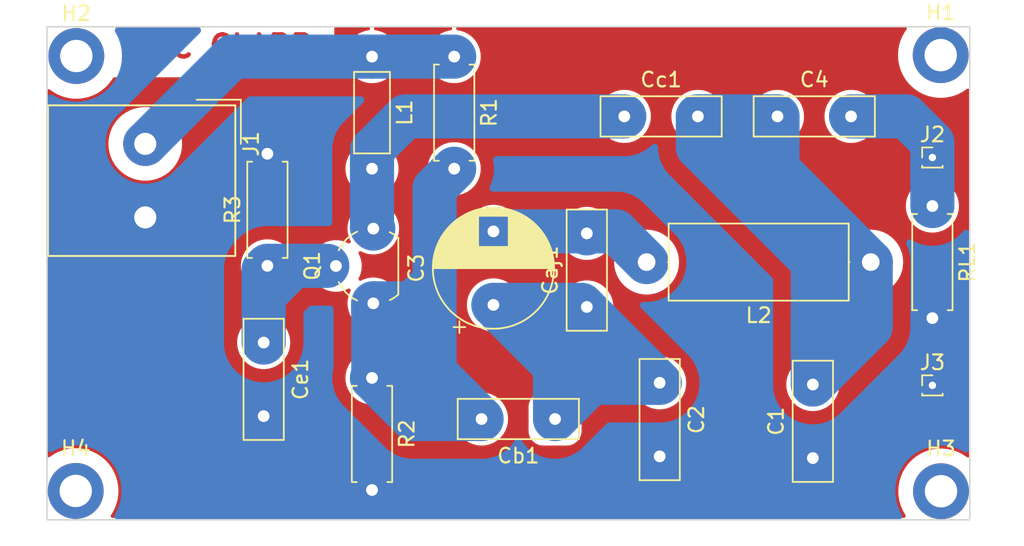
<source format=kicad_pcb>
(kicad_pcb (version 20221018) (generator pcbnew)
  (layers (0 "F.Cu" signal) (31 "B.Cu" signal) (34 "B.Paste" user) (35 "F.Paste" user) (36 "B.SilkS" user "B.Silkscreen") (37 "F.SilkS" user "F.Silkscreen") (38 "B.Mask" user) (39 "F.Mask" user) (44 "Edge.Cuts" user))
  (net 0 "")
  (net 1 "GND")
  (net 2 "Net-(C1-Pad2)")
  (net 3 "Net-(C2-Pad1)")
  (net 4 "Net-(C3-Pad2)")
  (net 5 "Net-(J2-Pin_1)")
  (net 6 "Net-(Q1-B)")
  (net 7 "Net-(Q1-C)")
  (net 8 "Net-(Q1-E)")
  (net 9 "VCC")
  (footprint "Capacitor_THT:C_Disc_D8.0mm_W2.5mm_P5.00mm" (layer "F.Cu") (at 86.96525 176.046099 -90)
    (fp_text reference "Ce1" (at 2.5 -2.5 -90) (layer "F.SilkS"))
    (fp_text value "C")
    (fp_line (start -1.62 -1.37) (end -1.62 1.37) (stroke (width 0.12)) (layer "F.SilkS"))
    (fp_line (start -1.62 -1.37) (end 6.62 -1.37) (stroke (width 0.12)) (layer "F.SilkS"))
    (fp_line (start -1.62 1.37) (end 6.62 1.37) (stroke (width 0.12)) (layer "F.SilkS"))
    (fp_line (start 6.62 -1.37) (end 6.62 1.37) (stroke (width 0.12)) (layer "F.SilkS"))
    (pad "1" thru_hole circle (at 0 0 270) (size 1.6 1.6) (drill 0.8) (layers "*.Cu" "*.Mask") (net 8 "Net-(Q1-E)"))
    (pad "2" thru_hole circle (at 5 0 270) (size 1.6 1.6) (drill 0.8) (layers "*.Cu" "*.Mask") (net 1 "GND"))
  )
  (footprint "Resistor_THT:R_Axial_DIN0207_L6.3mm_D2.5mm_P7.62mm_Horizontal" (layer "F.Cu") (at 94.33125 178.44875 -90)
    (fp_text reference "R2" (at 3.81 -2.37 90) (layer "F.SilkS"))
    (fp_text value "R")
    (fp_line (start 0.54 -1.37) (end 7.08 -1.37) (stroke (width 0.12)) (layer "F.SilkS"))
    (fp_line (start 0.54 -1.04) (end 0.54 -1.37) (stroke (width 0.12)) (layer "F.SilkS"))
    (fp_line (start 0.54 1.04) (end 0.54 1.37) (stroke (width 0.12)) (layer "F.SilkS"))
    (fp_line (start 0.54 1.37) (end 7.08 1.37) (stroke (width 0.12)) (layer "F.SilkS"))
    (fp_line (start 7.08 -1.37) (end 7.08 -1.04) (stroke (width 0.12)) (layer "F.SilkS"))
    (fp_line (start 7.08 1.37) (end 7.08 1.04) (stroke (width 0.12)) (layer "F.SilkS"))
    (pad "1" thru_hole circle (at 0 0 270) (size 1.6 1.6) (drill 0.8) (layers "*.Cu" "*.Mask") (net 6 "Net-(Q1-B)"))
    (pad "2" thru_hole oval (at 7.62 0 270) (size 1.6 1.6) (drill 0.8) (layers "*.Cu" "*.Mask") (net 1 "GND"))
  )
  (footprint "Capacitor_THT:CP_Radial_D8.0mm_P5.00mm" (layer "F.Cu") (at 102.58625 173.485401 90)
    (fp_text reference "C3" (at 2.5 -5.25 90) (layer "F.SilkS"))
    (fp_text value "C")
    (fp_line (start -1.909698 -2.315) (end -1.109698 -2.315) (stroke (width 0.12)) (layer "F.SilkS"))
    (fp_line (start -1.509698 -2.715) (end -1.509698 -1.915) (stroke (width 0.12)) (layer "F.SilkS"))
    (fp_line (start 2.5 -4.08) (end 2.5 4.08) (stroke (width 0.12)) (layer "F.SilkS"))
    (fp_line (start 2.54 -4.08) (end 2.54 4.08) (stroke (width 0.12)) (layer "F.SilkS"))
    (fp_line (start 2.58 -4.08) (end 2.58 4.08) (stroke (width 0.12)) (layer "F.SilkS"))
    (fp_line (start 2.62 -4.079) (end 2.62 4.079) (stroke (width 0.12)) (layer "F.SilkS"))
    (fp_line (start 2.66 -4.077) (end 2.66 4.077) (stroke (width 0.12)) (layer "F.SilkS"))
    (fp_line (start 2.7 -4.076) (end 2.7 4.076) (stroke (width 0.12)) (layer "F.SilkS"))
    (fp_line (start 2.74 -4.074) (end 2.74 4.074) (stroke (width 0.12)) (layer "F.SilkS"))
    (fp_line (start 2.78 -4.071) (end 2.78 4.071) (stroke (width 0.12)) (layer "F.SilkS"))
    (fp_line (start 2.82 -4.068) (end 2.82 4.068) (stroke (width 0.12)) (layer "F.SilkS"))
    (fp_line (start 2.86 -4.065) (end 2.86 4.065) (stroke (width 0.12)) (layer "F.SilkS"))
    (fp_line (start 2.9 -4.061) (end 2.9 4.061) (stroke (width 0.12)) (layer "F.SilkS"))
    (fp_line (start 2.94 -4.057) (end 2.94 4.057) (stroke (width 0.12)) (layer "F.SilkS"))
    (fp_line (start 2.98 -4.052) (end 2.98 4.052) (stroke (width 0.12)) (layer "F.SilkS"))
    (fp_line (start 3.02 -4.048) (end 3.02 4.048) (stroke (width 0.12)) (layer "F.SilkS"))
    (fp_line (start 3.06 -4.042) (end 3.06 4.042) (stroke (width 0.12)) (layer "F.SilkS"))
    (fp_line (start 3.1 -4.037) (end 3.1 4.037) (stroke (width 0.12)) (layer "F.SilkS"))
    (fp_line (start 3.14 -4.03) (end 3.14 4.03) (stroke (width 0.12)) (layer "F.SilkS"))
    (fp_line (start 3.18 -4.024) (end 3.18 4.024) (stroke (width 0.12)) (layer "F.SilkS"))
    (fp_line (start 3.221 -4.017) (end 3.221 4.017) (stroke (width 0.12)) (layer "F.SilkS"))
    (fp_line (start 3.261 -4.01) (end 3.261 4.01) (stroke (width 0.12)) (layer "F.SilkS"))
    (fp_line (start 3.301 -4.002) (end 3.301 4.002) (stroke (width 0.12)) (layer "F.SilkS"))
    (fp_line (start 3.341 -3.994) (end 3.341 3.994) (stroke (width 0.12)) (layer "F.SilkS"))
    (fp_line (start 3.381 -3.985) (end 3.381 3.985) (stroke (width 0.12)) (layer "F.SilkS"))
    (fp_line (start 3.421 -3.976) (end 3.421 3.976) (stroke (width 0.12)) (layer "F.SilkS"))
    (fp_line (start 3.461 -3.967) (end 3.461 3.967) (stroke (width 0.12)) (layer "F.SilkS"))
    (fp_line (start 3.501 -3.957) (end 3.501 3.957) (stroke (width 0.12)) (layer "F.SilkS"))
    (fp_line (start 3.541 -3.947) (end 3.541 3.947) (stroke (width 0.12)) (layer "F.SilkS"))
    (fp_line (start 3.581 -3.936) (end 3.581 3.936) (stroke (width 0.12)) (layer "F.SilkS"))
    (fp_line (start 3.621 -3.925) (end 3.621 3.925) (stroke (width 0.12)) (layer "F.SilkS"))
    (fp_line (start 3.661 -3.914) (end 3.661 3.914) (stroke (width 0.12)) (layer "F.SilkS"))
    (fp_line (start 3.701 -3.902) (end 3.701 3.902) (stroke (width 0.12)) (layer "F.SilkS"))
    (fp_line (start 3.741 -3.889) (end 3.741 3.889) (stroke (width 0.12)) (layer "F.SilkS"))
    (fp_line (start 3.781 -3.877) (end 3.781 3.877) (stroke (width 0.12)) (layer "F.SilkS"))
    (fp_line (start 3.821 -3.863) (end 3.821 3.863) (stroke (width 0.12)) (layer "F.SilkS"))
    (fp_line (start 3.861 -3.85) (end 3.861 3.85) (stroke (width 0.12)) (layer "F.SilkS"))
    (fp_line (start 3.901 -3.835) (end 3.901 3.835) (stroke (width 0.12)) (layer "F.SilkS"))
    (fp_line (start 3.941 -3.821) (end 3.941 3.821) (stroke (width 0.12)) (layer "F.SilkS"))
    (fp_line (start 3.981 -3.805) (end 3.981 -1.04) (stroke (width 0.12)) (layer "F.SilkS"))
    (fp_line (start 3.981 1.04) (end 3.981 3.805) (stroke (width 0.12)) (layer "F.SilkS"))
    (fp_line (start 4.021 -3.79) (end 4.021 -1.04) (stroke (width 0.12)) (layer "F.SilkS"))
    (fp_line (start 4.021 1.04) (end 4.021 3.79) (stroke (width 0.12)) (layer "F.SilkS"))
    (fp_line (start 4.061 -3.774) (end 4.061 -1.04) (stroke (width 0.12)) (layer "F.SilkS"))
    (fp_line (start 4.061 1.04) (end 4.061 3.774) (stroke (width 0.12)) (layer "F.SilkS"))
    (fp_line (start 4.101 -3.757) (end 4.101 -1.04) (stroke (width 0.12)) (layer "F.SilkS"))
    (fp_line (start 4.101 1.04) (end 4.101 3.757) (stroke (width 0.12)) (layer "F.SilkS"))
    (fp_line (start 4.141 -3.74) (end 4.141 -1.04) (stroke (width 0.12)) (layer "F.SilkS"))
    (fp_line (start 4.141 1.04) (end 4.141 3.74) (stroke (width 0.12)) (layer "F.SilkS"))
    (fp_line (start 4.181 -3.722) (end 4.181 -1.04) (stroke (width 0.12)) (layer "F.SilkS"))
    (fp_line (start 4.181 1.04) (end 4.181 3.722) (stroke (width 0.12)) (layer "F.SilkS"))
    (fp_line (start 4.221 -3.704) (end 4.221 -1.04) (stroke (width 0.12)) (layer "F.SilkS"))
    (fp_line (start 4.221 1.04) (end 4.221 3.704) (stroke (width 0.12)) (layer "F.SilkS"))
    (fp_line (start 4.261 -3.686) (end 4.261 -1.04) (stroke (width 0.12)) (layer "F.SilkS"))
    (fp_line (start 4.261 1.04) (end 4.261 3.686) (stroke (width 0.12)) (layer "F.SilkS"))
    (fp_line (start 4.301 -3.666) (end 4.301 -1.04) (stroke (width 0.12)) (layer "F.SilkS"))
    (fp_line (start 4.301 1.04) (end 4.301 3.666) (stroke (width 0.12)) (layer "F.SilkS"))
    (fp_line (start 4.341 -3.647) (end 4.341 -1.04) (stroke (width 0.12)) (layer "F.SilkS"))
    (fp_line (start 4.341 1.04) (end 4.341 3.647) (stroke (width 0.12)) (layer "F.SilkS"))
    (fp_line (start 4.381 -3.627) (end 4.381 -1.04) (stroke (width 0.12)) (layer "F.SilkS"))
    (fp_line (start 4.381 1.04) (end 4.381 3.627) (stroke (width 0.12)) (layer "F.SilkS"))
    (fp_line (start 4.421 -3.606) (end 4.421 -1.04) (stroke (width 0.12)) (layer "F.SilkS"))
    (fp_line (start 4.421 1.04) (end 4.421 3.606) (stroke (width 0.12)) (layer "F.SilkS"))
    (fp_line (start 4.461 -3.584) (end 4.461 -1.04) (stroke (width 0.12)) (layer "F.SilkS"))
    (fp_line (start 4.461 1.04) (end 4.461 3.584) (stroke (width 0.12)) (layer "F.SilkS"))
    (fp_line (start 4.501 -3.562) (end 4.501 -1.04) (stroke (width 0.12)) (layer "F.SilkS"))
    (fp_line (start 4.501 1.04) (end 4.501 3.562) (stroke (width 0.12)) (layer "F.SilkS"))
    (fp_line (start 4.541 -3.54) (end 4.541 -1.04) (stroke (width 0.12)) (layer "F.SilkS"))
    (fp_line (start 4.541 1.04) (end 4.541 3.54) (stroke (width 0.12)) (layer "F.SilkS"))
    (fp_line (start 4.581 -3.517) (end 4.581 -1.04) (stroke (width 0.12)) (layer "F.SilkS"))
    (fp_line (start 4.581 1.04) (end 4.581 3.517) (stroke (width 0.12)) (layer "F.SilkS"))
    (fp_line (start 4.621 -3.493) (end 4.621 -1.04) (stroke (width 0.12)) (layer "F.SilkS"))
    (fp_line (start 4.621 1.04) (end 4.621 3.493) (stroke (width 0.12)) (layer "F.SilkS"))
    (fp_line (start 4.661 -3.469) (end 4.661 -1.04) (stroke (width 0.12)) (layer "F.SilkS"))
    (fp_line (start 4.661 1.04) (end 4.661 3.469) (stroke (width 0.12)) (layer "F.SilkS"))
    (fp_line (start 4.701 -3.444) (end 4.701 -1.04) (stroke (width 0.12)) (layer "F.SilkS"))
    (fp_line (start 4.701 1.04) (end 4.701 3.444) (stroke (width 0.12)) (layer "F.SilkS"))
    (fp_line (start 4.741 -3.418) (end 4.741 -1.04) (stroke (width 0.12)) (layer "F.SilkS"))
    (fp_line (start 4.741 1.04) (end 4.741 3.418) (stroke (width 0.12)) (layer "F.SilkS"))
    (fp_line (start 4.781 -3.392) (end 4.781 -1.04) (stroke (width 0.12)) (layer "F.SilkS"))
    (fp_line (start 4.781 1.04) (end 4.781 3.392) (stroke (width 0.12)) (layer "F.SilkS"))
    (fp_line (start 4.821 -3.365) (end 4.821 -1.04) (stroke (width 0.12)) (layer "F.SilkS"))
    (fp_line (start 4.821 1.04) (end 4.821 3.365) (stroke (width 0.12)) (layer "F.SilkS"))
    (fp_line (start 4.861 -3.338) (end 4.861 -1.04) (stroke (width 0.12)) (layer "F.SilkS"))
    (fp_line (start 4.861 1.04) (end 4.861 3.338) (stroke (width 0.12)) (layer "F.SilkS"))
    (fp_line (start 4.901 -3.309) (end 4.901 -1.04) (stroke (width 0.12)) (layer "F.SilkS"))
    (fp_line (start 4.901 1.04) (end 4.901 3.309) (stroke (width 0.12)) (layer "F.SilkS"))
    (fp_line (start 4.941 -3.28) (end 4.941 -1.04) (stroke (width 0.12)) (layer "F.SilkS"))
    (fp_line (start 4.941 1.04) (end 4.941 3.28) (stroke (width 0.12)) (layer "F.SilkS"))
    (fp_line (start 4.981 -3.25) (end 4.981 -1.04) (stroke (width 0.12)) (layer "F.SilkS"))
    (fp_line (start 4.981 1.04) (end 4.981 3.25) (stroke (width 0.12)) (layer "F.SilkS"))
    (fp_line (start 5.021 -3.22) (end 5.021 -1.04) (stroke (width 0.12)) (layer "F.SilkS"))
    (fp_line (start 5.021 1.04) (end 5.021 3.22) (stroke (width 0.12)) (layer "F.SilkS"))
    (fp_line (start 5.061 -3.189) (end 5.061 -1.04) (stroke (width 0.12)) (layer "F.SilkS"))
    (fp_line (start 5.061 1.04) (end 5.061 3.189) (stroke (width 0.12)) (layer "F.SilkS"))
    (fp_line (start 5.101 -3.156) (end 5.101 -1.04) (stroke (width 0.12)) (layer "F.SilkS"))
    (fp_line (start 5.101 1.04) (end 5.101 3.156) (stroke (width 0.12)) (layer "F.SilkS"))
    (fp_line (start 5.141 -3.124) (end 5.141 -1.04) (stroke (width 0.12)) (layer "F.SilkS"))
    (fp_line (start 5.141 1.04) (end 5.141 3.124) (stroke (width 0.12)) (layer "F.SilkS"))
    (fp_line (start 5.181 -3.09) (end 5.181 -1.04) (stroke (width 0.12)) (layer "F.SilkS"))
    (fp_line (start 5.181 1.04) (end 5.181 3.09) (stroke (width 0.12)) (layer "F.SilkS"))
    (fp_line (start 5.221 -3.055) (end 5.221 -1.04) (stroke (width 0.12)) (layer "F.SilkS"))
    (fp_line (start 5.221 1.04) (end 5.221 3.055) (stroke (width 0.12)) (layer "F.SilkS"))
    (fp_line (start 5.261 -3.019) (end 5.261 -1.04) (stroke (width 0.12)) (layer "F.SilkS"))
    (fp_line (start 5.261 1.04) (end 5.261 3.019) (stroke (width 0.12)) (layer "F.SilkS"))
    (fp_line (start 5.301 -2.983) (end 5.301 -1.04) (stroke (width 0.12)) (layer "F.SilkS"))
    (fp_line (start 5.301 1.04) (end 5.301 2.983) (stroke (width 0.12)) (layer "F.SilkS"))
    (fp_line (start 5.341 -2.945) (end 5.341 -1.04) (stroke (width 0.12)) (layer "F.SilkS"))
    (fp_line (start 5.341 1.04) (end 5.341 2.945) (stroke (width 0.12)) (layer "F.SilkS"))
    (fp_line (start 5.381 -2.907) (end 5.381 -1.04) (stroke (width 0.12)) (layer "F.SilkS"))
    (fp_line (start 5.381 1.04) (end 5.381 2.907) (stroke (width 0.12)) (layer "F.SilkS"))
    (fp_line (start 5.421 -2.867) (end 5.421 -1.04) (stroke (width 0.12)) (layer "F.SilkS"))
    (fp_line (start 5.421 1.04) (end 5.421 2.867) (stroke (width 0.12)) (layer "F.SilkS"))
    (fp_line (start 5.461 -2.826) (end 5.461 -1.04) (stroke (width 0.12)) (layer "F.SilkS"))
    (fp_line (start 5.461 1.04) (end 5.461 2.826) (stroke (width 0.12)) (layer "F.SilkS"))
    (fp_line (start 5.501 -2.784) (end 5.501 -1.04) (stroke (width 0.12)) (layer "F.SilkS"))
    (fp_line (start 5.501 1.04) (end 5.501 2.784) (stroke (width 0.12)) (layer "F.SilkS"))
    (fp_line (start 5.541 -2.741) (end 5.541 -1.04) (stroke (width 0.12)) (layer "F.SilkS"))
    (fp_line (start 5.541 1.04) (end 5.541 2.741) (stroke (width 0.12)) (layer "F.SilkS"))
    (fp_line (start 5.581 -2.697) (end 5.581 -1.04) (stroke (width 0.12)) (layer "F.SilkS"))
    (fp_line (start 5.581 1.04) (end 5.581 2.697) (stroke (width 0.12)) (layer "F.SilkS"))
    (fp_line (start 5.621 -2.651) (end 5.621 -1.04) (stroke (width 0.12)) (layer "F.SilkS"))
    (fp_line (start 5.621 1.04) (end 5.621 2.651) (stroke (width 0.12)) (layer "F.SilkS"))
    (fp_line (start 5.661 -2.604) (end 5.661 -1.04) (stroke (width 0.12)) (layer "F.SilkS"))
    (fp_line (start 5.661 1.04) (end 5.661 2.604) (stroke (width 0.12)) (layer "F.SilkS"))
    (fp_line (start 5.701 -2.556) (end 5.701 -1.04) (stroke (width 0.12)) (layer "F.SilkS"))
    (fp_line (start 5.701 1.04) (end 5.701 2.556) (stroke (width 0.12)) (layer "F.SilkS"))
    (fp_line (start 5.741 -2.505) (end 5.741 -1.04) (stroke (width 0.12)) (layer "F.SilkS"))
    (fp_line (start 5.741 1.04) (end 5.741 2.505) (stroke (width 0.12)) (layer "F.SilkS"))
    (fp_line (start 5.781 -2.454) (end 5.781 -1.04) (stroke (width 0.12)) (layer "F.SilkS"))
    (fp_line (start 5.781 1.04) (end 5.781 2.454) (stroke (width 0.12)) (layer "F.SilkS"))
    (fp_line (start 5.821 -2.4) (end 5.821 -1.04) (stroke (width 0.12)) (layer "F.SilkS"))
    (fp_line (start 5.821 1.04) (end 5.821 2.4) (stroke (width 0.12)) (layer "F.SilkS"))
    (fp_line (start 5.861 -2.345) (end 5.861 -1.04) (stroke (width 0.12)) (layer "F.SilkS"))
    (fp_line (start 5.861 1.04) (end 5.861 2.345) (stroke (width 0.12)) (layer "F.SilkS"))
    (fp_line (start 5.901 -2.287) (end 5.901 -1.04) (stroke (width 0.12)) (layer "F.SilkS"))
    (fp_line (start 5.901 1.04) (end 5.901 2.287) (stroke (width 0.12)) (layer "F.SilkS"))
    (fp_line (start 5.941 -2.228) (end 5.941 -1.04) (stroke (width 0.12)) (layer "F.SilkS"))
    (fp_line (start 5.941 1.04) (end 5.941 2.228) (stroke (width 0.12)) (layer "F.SilkS"))
    (fp_line (start 5.981 -2.166) (end 5.981 -1.04) (stroke (width 0.12)) (layer "F.SilkS"))
    (fp_line (start 5.981 1.04) (end 5.981 2.166) (stroke (width 0.12)) (layer "F.SilkS"))
    (fp_line (start 6.021 -2.102) (end 6.021 -1.04) (stroke (width 0.12)) (layer "F.SilkS"))
    (fp_line (start 6.021 1.04) (end 6.021 2.102) (stroke (width 0.12)) (layer "F.SilkS"))
    (fp_line (start 6.061 -2.034) (end 6.061 2.034) (stroke (width 0.12)) (layer "F.SilkS"))
    (fp_line (start 6.101 -1.964) (end 6.101 1.964) (stroke (width 0.12)) (layer "F.SilkS"))
    (fp_line (start 6.141 -1.89) (end 6.141 1.89) (stroke (width 0.12)) (layer "F.SilkS"))
    (fp_line (start 6.181 -1.813) (end 6.181 1.813) (stroke (width 0.12)) (layer "F.SilkS"))
    (fp_line (start 6.221 -1.731) (end 6.221 1.731) (stroke (width 0.12)) (layer "F.SilkS"))
    (fp_line (start 6.261 -1.645) (end 6.261 1.645) (stroke (width 0.12)) (layer "F.SilkS"))
    (fp_line (start 6.301 -1.552) (end 6.301 1.552) (stroke (width 0.12)) (layer "F.SilkS"))
    (fp_line (start 6.341 -1.453) (end 6.341 1.453) (stroke (width 0.12)) (layer "F.SilkS"))
    (fp_line (start 6.381 -1.346) (end 6.381 1.346) (stroke (width 0.12)) (layer "F.SilkS"))
    (fp_line (start 6.421 -1.229) (end 6.421 1.229) (stroke (width 0.12)) (layer "F.SilkS"))
    (fp_line (start 6.461 -1.098) (end 6.461 1.098) (stroke (width 0.12)) (layer "F.SilkS"))
    (fp_line (start 6.501 -0.948) (end 6.501 0.948) (stroke (width 0.12)) (layer "F.SilkS"))
    (fp_line (start 6.541 -0.768) (end 6.541 0.768) (stroke (width 0.12)) (layer "F.SilkS"))
    (fp_line (start 6.581 -0.533) (end 6.581 0.533) (stroke (width 0.12)) (layer "F.SilkS"))
    (fp_circle (center 2.5 0) (end 6.62 0) (stroke (width 0.12)) (fill none) (layer "F.SilkS"))
    (pad "1" thru_hole circle (at 0 0 90) (size 1.6 1.6) (drill 0.8) (layers "*.Cu" "*.Mask") (net 3 "Net-(C2-Pad1)"))
    (pad "2" thru_hole circle (at 5 0 90) (size 1.6 1.6) (drill 0.8) (layers "*.Cu" "*.Mask") (net 4 "Net-(C3-Pad2)"))
  )
  (footprint "Capacitor_THT:C_Disc_D8.0mm_W2.5mm_P5.00mm" (layer "F.Cu") (at 121.900599 160.66875)
    (fp_text reference "C4" (at 2.5 -2.5) (layer "F.SilkS"))
    (fp_text value "C")
    (fp_line (start -1.62 -1.37) (end -1.62 1.37) (stroke (width 0.12)) (layer "F.SilkS"))
    (fp_line (start -1.62 -1.37) (end 6.62 -1.37) (stroke (width 0.12)) (layer "F.SilkS"))
    (fp_line (start -1.62 1.37) (end 6.62 1.37) (stroke (width 0.12)) (layer "F.SilkS"))
    (fp_line (start 6.62 -1.37) (end 6.62 1.37) (stroke (width 0.12)) (layer "F.SilkS"))
    (pad "1" thru_hole circle (at 0 0) (size 1.6 1.6) (drill 0.8) (layers "*.Cu" "*.Mask") (net 2 "Net-(C1-Pad2)"))
    (pad "2" thru_hole circle (at 5 0) (size 1.6 1.6) (drill 0.8) (layers "*.Cu" "*.Mask") (net 5 "Net-(J2-Pin_1)"))
  )
  (footprint "MountingHole:MountingHole_2.2mm_M2_DIN965_Pad" (layer "F.Cu") (at 133.01725 186.15275)
    (fp_text reference "H3" (at 0 -2.9) (layer "F.SilkS"))
    (fp_text value "MountingHole")
    (pad "1" thru_hole circle (at 0 0) (size 3.8 3.8) (drill 2.2) (layers "*.Cu" "*.Mask"))
  )
  (footprint "Capacitor_THT:C_Disc_D8.0mm_W2.5mm_P5.00mm" (layer "F.Cu") (at 108.93625 173.62275 90)
    (fp_text reference "Caj1" (at 2.5 -2.5 90) (layer "F.SilkS"))
    (fp_text value "C")
    (fp_line (start -1.62 -1.37) (end -1.62 1.37) (stroke (width 0.12)) (layer "F.SilkS"))
    (fp_line (start -1.62 -1.37) (end 6.62 -1.37) (stroke (width 0.12)) (layer "F.SilkS"))
    (fp_line (start -1.62 1.37) (end 6.62 1.37) (stroke (width 0.12)) (layer "F.SilkS"))
    (fp_line (start 6.62 -1.37) (end 6.62 1.37) (stroke (width 0.12)) (layer "F.SilkS"))
    (pad "1" thru_hole circle (at 0 0 90) (size 1.6 1.6) (drill 0.8) (layers "*.Cu" "*.Mask") (net 3 "Net-(C2-Pad1)"))
    (pad "2" thru_hole circle (at 5 0 90) (size 1.6 1.6) (drill 0.8) (layers "*.Cu" "*.Mask") (net 4 "Net-(C3-Pad2)"))
  )
  (footprint "Inductor_THT:L_Axial_L5.3mm_D2.2mm_P7.62mm_Horizontal_Vishay_IM-1" (layer "F.Cu") (at 94.33125 156.60475 -90)
    (fp_text reference "L1" (at 3.81 -2.22 -90) (layer "F.SilkS"))
    (fp_text value "L")
    (fp_line (start 1.04 -1.22) (end 1.04 1.22) (stroke (width 0.12)) (layer "F.SilkS"))
    (fp_line (start 1.04 1.22) (end 6.58 1.22) (stroke (width 0.12)) (layer "F.SilkS"))
    (fp_line (start 6.58 -1.22) (end 1.04 -1.22) (stroke (width 0.12)) (layer "F.SilkS"))
    (fp_line (start 6.58 1.22) (end 6.58 -1.22) (stroke (width 0.12)) (layer "F.SilkS"))
    (pad "1" thru_hole circle (at 0 0 270) (size 1.6 1.6) (drill 0.8) (layers "*.Cu" "*.Mask") (net 9 "VCC"))
    (pad "2" thru_hole oval (at 7.62 0 270) (size 1.6 1.6) (drill 0.8) (layers "*.Cu" "*.Mask") (net 7 "Net-(Q1-C)"))
  )
  (footprint "Capacitor_THT:C_Disc_D8.0mm_W2.5mm_P5.00mm" (layer "F.Cu") (at 106.77725 181.24275 180)
    (fp_text reference "Cb1" (at 2.5 -2.5 180) (layer "F.SilkS"))
    (fp_text value "C")
    (fp_line (start -1.62 -1.37) (end -1.62 1.37) (stroke (width 0.12)) (layer "F.SilkS"))
    (fp_line (start -1.62 -1.37) (end 6.62 -1.37) (stroke (width 0.12)) (layer "F.SilkS"))
    (fp_line (start -1.62 1.37) (end 6.62 1.37) (stroke (width 0.12)) (layer "F.SilkS"))
    (fp_line (start 6.62 -1.37) (end 6.62 1.37) (stroke (width 0.12)) (layer "F.SilkS"))
    (pad "1" thru_hole circle (at 0 0 180) (size 1.6 1.6) (drill 0.8) (layers "*.Cu" "*.Mask") (net 3 "Net-(C2-Pad1)"))
    (pad "2" thru_hole circle (at 5 0 180) (size 1.6 1.6) (drill 0.8) (layers "*.Cu" "*.Mask") (net 6 "Net-(Q1-B)"))
  )
  (footprint "Package_TO_SOT_THT:TO-92L_Wide" (layer "F.Cu") (at 94.41925 173.37875 90)
    (fp_text reference "Q1" (at 2.55 -4.15 90) (layer "F.SilkS"))
    (fp_text value "MPSH10")
    (fp_line (start 0.6 1.7) (end 4.45 1.7) (stroke (width 0.12)) (layer "F.SilkS"))
    (fp_arc (start 0.192226 -1.094786) (mid 0.710119 -1.833613) (end 1.45 -2.35) (stroke (width 0.12)) (layer "F.SilkS"))
    (fp_arc (start 0.6 1.7) (mid 0.389183 1.423933) (end 0.217369 1.122045) (stroke (width 0.12)) (layer "F.SilkS"))
    (fp_arc (start 3.6 -2.35) (mid 4.351408 -1.834367) (end 4.876463 -1.089513) (stroke (width 0.12)) (layer "F.SilkS"))
    (fp_arc (start 4.842383 1.112264) (mid 4.666594 1.419753) (end 4.45 1.7) (stroke (width 0.12)) (layer "F.SilkS"))
    (pad "2" thru_hole circle (at 2.54 -2.54 90) (size 1.5 1.5) (drill 0.8) (layers "*.Cu" "*.Mask") (net 8 "Net-(Q1-E)"))
    (pad "3" thru_hole circle (at 5.08 0 90) (size 1.5 1.5) (drill 0.8) (layers "*.Cu" "*.Mask") (net 7 "Net-(Q1-C)"))
    (pad "e" thru_hole circle (at 0 0 90) (size 1.5 1.5) (drill 0.8) (layers "*.Cu" "*.Mask"))
  )
  (footprint "Resistor_THT:R_Axial_DIN0207_L6.3mm_D2.5mm_P7.62mm_Horizontal" (layer "F.Cu") (at 99.91925 156.60475 -90)
    (fp_text reference "R1" (at 3.81 -2.37 90) (layer "F.SilkS"))
    (fp_text value "R")
    (fp_line (start 0.54 -1.37) (end 7.08 -1.37) (stroke (width 0.12)) (layer "F.SilkS"))
    (fp_line (start 0.54 -1.04) (end 0.54 -1.37) (stroke (width 0.12)) (layer "F.SilkS"))
    (fp_line (start 0.54 1.04) (end 0.54 1.37) (stroke (width 0.12)) (layer "F.SilkS"))
    (fp_line (start 0.54 1.37) (end 7.08 1.37) (stroke (width 0.12)) (layer "F.SilkS"))
    (fp_line (start 7.08 -1.37) (end 7.08 -1.04) (stroke (width 0.12)) (layer "F.SilkS"))
    (fp_line (start 7.08 1.37) (end 7.08 1.04) (stroke (width 0.12)) (layer "F.SilkS"))
    (pad "1" thru_hole circle (at 0 0 270) (size 1.6 1.6) (drill 0.8) (layers "*.Cu" "*.Mask") (net 9 "VCC"))
    (pad "2" thru_hole oval (at 7.62 0 270) (size 1.6 1.6) (drill 0.8) (layers "*.Cu" "*.Mask") (net 6 "Net-(Q1-B)"))
  )
  (footprint "Inductor_THT:L_Axial_L12.0mm_D5.0mm_P15.24mm_Horizontal_Fastron_MISC" (layer "F.Cu") (at 128.24025 170.57475 180)
    (fp_text reference "L2" (at 7.62 -3.62) (layer "F.SilkS"))
    (fp_text value "L")
    (fp_line (start 1.44 0) (end 1.5 0) (stroke (width 0.12)) (layer "F.SilkS"))
    (fp_line (start 1.5 -2.62) (end 1.5 2.62) (stroke (width 0.12)) (layer "F.SilkS"))
    (fp_line (start 1.5 2.62) (end 13.74 2.62) (stroke (width 0.12)) (layer "F.SilkS"))
    (fp_line (start 13.74 -2.62) (end 1.5 -2.62) (stroke (width 0.12)) (layer "F.SilkS"))
    (fp_line (start 13.74 2.62) (end 13.74 -2.62) (stroke (width 0.12)) (layer "F.SilkS"))
    (fp_line (start 13.8 0) (end 13.74 0) (stroke (width 0.12)) (layer "F.SilkS"))
    (pad "1" thru_hole circle (at 0 0 180) (size 2.4 2.4) (drill 1.2) (layers "*.Cu" "*.Mask") (net 2 "Net-(C1-Pad2)"))
    (pad "2" thru_hole oval (at 15.24 0 180) (size 2.4 2.4) (drill 1.2) (layers "*.Cu" "*.Mask") (net 4 "Net-(C3-Pad2)"))
  )
  (footprint "MountingHole:MountingHole_2.2mm_M2_DIN965_Pad" (layer "F.Cu") (at 132.99725 156.50275)
    (fp_text reference "H1" (at 0 -2.9) (layer "F.SilkS"))
    (fp_text value "MountingHole")
    (pad "1" thru_hole circle (at 0 0) (size 3.8 3.8) (drill 2.2) (layers "*.Cu" "*.Mask"))
  )
  (footprint "Capacitor_THT:C_Disc_D8.0mm_W2.5mm_P5.00mm" (layer "F.Cu") (at 124.30325 183.899401 90)
    (fp_text reference "C1" (at 2.5 -2.5 90) (layer "F.SilkS"))
    (fp_text value "C")
    (fp_line (start -1.62 -1.37) (end -1.62 1.37) (stroke (width 0.12)) (layer "F.SilkS"))
    (fp_line (start -1.62 -1.37) (end 6.62 -1.37) (stroke (width 0.12)) (layer "F.SilkS"))
    (fp_line (start -1.62 1.37) (end 6.62 1.37) (stroke (width 0.12)) (layer "F.SilkS"))
    (fp_line (start 6.62 -1.37) (end 6.62 1.37) (stroke (width 0.12)) (layer "F.SilkS"))
    (pad "1" thru_hole circle (at 0 0 90) (size 1.6 1.6) (drill 0.8) (layers "*.Cu" "*.Mask") (net 1 "GND"))
    (pad "2" thru_hole circle (at 5 0 90) (size 1.6 1.6) (drill 0.8) (layers "*.Cu" "*.Mask") (net 2 "Net-(C1-Pad2)"))
  )
  (footprint "Capacitor_THT:C_Disc_D8.0mm_W2.5mm_P5.00mm" (layer "F.Cu") (at 113.88925 178.78275 -90)
    (fp_text reference "C2" (at 2.5 -2.5 -90) (layer "F.SilkS"))
    (fp_text value "C")
    (fp_line (start -1.62 -1.37) (end -1.62 1.37) (stroke (width 0.12)) (layer "F.SilkS"))
    (fp_line (start -1.62 -1.37) (end 6.62 -1.37) (stroke (width 0.12)) (layer "F.SilkS"))
    (fp_line (start -1.62 1.37) (end 6.62 1.37) (stroke (width 0.12)) (layer "F.SilkS"))
    (fp_line (start 6.62 -1.37) (end 6.62 1.37) (stroke (width 0.12)) (layer "F.SilkS"))
    (pad "1" thru_hole circle (at 0 0 270) (size 1.6 1.6) (drill 0.8) (layers "*.Cu" "*.Mask") (net 3 "Net-(C2-Pad1)"))
    (pad "2" thru_hole circle (at 5 0 270) (size 1.6 1.6) (drill 0.8) (layers "*.Cu" "*.Mask") (net 1 "GND"))
  )
  (footprint "Resistor_THT:R_Axial_DIN0207_L6.3mm_D2.5mm_P7.62mm_Horizontal" (layer "F.Cu") (at 87.21925 170.82875 90)
    (fp_text reference "R3" (at 3.81 -2.37 90) (layer "F.SilkS"))
    (fp_text value "R")
    (fp_line (start 0.54 -1.37) (end 7.08 -1.37) (stroke (width 0.12)) (layer "F.SilkS"))
    (fp_line (start 0.54 -1.04) (end 0.54 -1.37) (stroke (width 0.12)) (layer "F.SilkS"))
    (fp_line (start 0.54 1.04) (end 0.54 1.37) (stroke (width 0.12)) (layer "F.SilkS"))
    (fp_line (start 0.54 1.37) (end 7.08 1.37) (stroke (width 0.12)) (layer "F.SilkS"))
    (fp_line (start 7.08 -1.37) (end 7.08 -1.04) (stroke (width 0.12)) (layer "F.SilkS"))
    (fp_line (start 7.08 1.37) (end 7.08 1.04) (stroke (width 0.12)) (layer "F.SilkS"))
    (pad "1" thru_hole circle (at 0 0 90) (size 1.6 1.6) (drill 0.8) (layers "*.Cu" "*.Mask") (net 8 "Net-(Q1-E)"))
    (pad "2" thru_hole oval (at 7.62 0 90) (size 1.6 1.6) (drill 0.8) (layers "*.Cu" "*.Mask") (net 1 "GND"))
  )
  (footprint "MountingHole:MountingHole_2.2mm_M2_DIN965_Pad" (layer "F.Cu") (at 74.22725 156.56275)
    (fp_text reference "H2" (at 0 -2.9) (layer "F.SilkS"))
    (fp_text value "MountingHole")
    (pad "1" thru_hole circle (at 0 0) (size 3.8 3.8) (drill 2.2) (layers "*.Cu" "*.Mask"))
  )
  (footprint "Connector_PinHeader_1.00mm:PinHeader_1x01_P1.00mm_Vertical" (layer "F.Cu") (at 132.43125 163.46275)
    (fp_text reference "J2" (at 0 -1.56) (layer "F.SilkS"))
    (fp_text value "Conn_01x01_Pin")
    (fp_line (start -0.695 -0.685) (end 0 -0.685) (stroke (width 0.12)) (layer "F.SilkS"))
    (fp_line (start -0.695 0) (end -0.695 -0.685) (stroke (width 0.12)) (layer "F.SilkS"))
    (fp_line (start -0.695 0.685) (end -0.695 0.56) (stroke (width 0.12)) (layer "F.SilkS"))
    (fp_line (start -0.695 0.685) (end -0.608276 0.685) (stroke (width 0.12)) (layer "F.SilkS"))
    (fp_line (start -0.695 0.685) (end 0.695 0.685) (stroke (width 0.12)) (layer "F.SilkS"))
    (fp_line (start 0.608276 0.685) (end 0.695 0.685) (stroke (width 0.12)) (layer "F.SilkS"))
    (fp_line (start 0.695 0.685) (end 0.695 0.56) (stroke (width 0.12)) (layer "F.SilkS"))
    (pad "1" thru_hole rect (at 0 0) (size 0.85 0.85) (drill 0.5) (layers "*.Cu" "*.Mask") (net 5 "Net-(J2-Pin_1)"))
  )
  (footprint "Capacitor_THT:C_Disc_D8.0mm_W2.5mm_P5.00mm" (layer "F.Cu") (at 111.486599 160.66875)
    (fp_text reference "Cc1" (at 2.5 -2.5) (layer "F.SilkS"))
    (fp_text value "Cc")
    (fp_line (start -1.62 -1.37) (end -1.62 1.37) (stroke (width 0.12)) (layer "F.SilkS"))
    (fp_line (start -1.62 -1.37) (end 6.62 -1.37) (stroke (width 0.12)) (layer "F.SilkS"))
    (fp_line (start -1.62 1.37) (end 6.62 1.37) (stroke (width 0.12)) (layer "F.SilkS"))
    (fp_line (start 6.62 -1.37) (end 6.62 1.37) (stroke (width 0.12)) (layer "F.SilkS"))
    (pad "1" thru_hole circle (at 0 0) (size 1.6 1.6) (drill 0.8) (layers "*.Cu" "*.Mask") (net 7 "Net-(Q1-C)"))
    (pad "2" thru_hole circle (at 5 0) (size 1.6 1.6) (drill 0.8) (layers "*.Cu" "*.Mask") (net 2 "Net-(C1-Pad2)"))
  )
  (footprint "TerminalBlock_Altech:Altech_AK300_1x02_P5.00mm_45-Degree" (layer "F.Cu") (at 78.91475 162.53525 -90)
    (fp_text reference "J1" (at 0 -7.2 90) (layer "F.SilkS"))
    (fp_text value "Conn_01x02")
    (fp_line (start -3 -6.5) (end 0 -6.5) (stroke (width 0.12)) (layer "F.SilkS"))
    (fp_line (start -3 -3.5) (end -3 -6.5) (stroke (width 0.12)) (layer "F.SilkS"))
    (fp_line (start -2.62 -6.12) (end -2.62 6.62) (stroke (width 0.12)) (layer "F.SilkS"))
    (fp_line (start -2.62 -6.12) (end -2.62 6.62) (stroke (width 0.12)) (layer "F.SilkS"))
    (fp_line (start -2.62 -6.12) (end 7.62 -6.12) (stroke (width 0.12)) (layer "F.SilkS"))
    (fp_line (start -2.62 -6.12) (end 7.62 -6.12) (stroke (width 0.12)) (layer "F.SilkS"))
    (fp_line (start -2.62 6.62) (end 7.62 6.62) (stroke (width 0.12)) (layer "F.SilkS"))
    (fp_line (start -2.62 6.62) (end 7.62 6.62) (stroke (width 0.12)) (layer "F.SilkS"))
    (fp_line (start 7.62 -6.12) (end 7.62 6.62) (stroke (width 0.12)) (layer "F.SilkS"))
    (fp_line (start 7.62 -6.12) (end 7.62 6.62) (stroke (width 0.12)) (layer "F.SilkS"))
    (pad "1" thru_hole circle (at 0 0 270) (size 3 3) (drill 1.5) (layers "*.Cu" "*.Mask") (net 9 "VCC"))
    (pad "2" thru_hole circle (at 5 0 270) (size 3 3) (drill 1.5) (layers "*.Cu" "*.Mask") (net 1 "GND"))
  )
  (footprint "MountingHole:MountingHole_2.2mm_M2_DIN965_Pad" (layer "F.Cu") (at 74.18725 186.13275)
    (fp_text reference "H4" (at 0 -2.9) (layer "F.SilkS"))
    (fp_text value "MountingHole")
    (pad "1" thru_hole circle (at 0 0) (size 3.8 3.8) (drill 2.2) (layers "*.Cu" "*.Mask"))
  )
  (footprint "Connector_PinHeader_1.00mm:PinHeader_1x01_P1.00mm_Vertical" (layer "F.Cu") (at 132.43125 178.95675)
    (fp_text reference "J3" (at 0 -1.56) (layer "F.SilkS"))
    (fp_text value "Conn_01x01_Pin")
    (fp_line (start -0.695 -0.685) (end 0 -0.685) (stroke (width 0.12)) (layer "F.SilkS"))
    (fp_line (start -0.695 0) (end -0.695 -0.685) (stroke (width 0.12)) (layer "F.SilkS"))
    (fp_line (start -0.695 0.685) (end -0.695 0.56) (stroke (width 0.12)) (layer "F.SilkS"))
    (fp_line (start -0.695 0.685) (end -0.608276 0.685) (stroke (width 0.12)) (layer "F.SilkS"))
    (fp_line (start -0.695 0.685) (end 0.695 0.685) (stroke (width 0.12)) (layer "F.SilkS"))
    (fp_line (start 0.608276 0.685) (end 0.695 0.685) (stroke (width 0.12)) (layer "F.SilkS"))
    (fp_line (start 0.695 0.685) (end 0.695 0.56) (stroke (width 0.12)) (layer "F.SilkS"))
    (pad "1" thru_hole rect (at 0 0) (size 0.85 0.85) (drill 0.5) (layers "*.Cu" "*.Mask") (net 1 "GND"))
  )
  (footprint "Resistor_THT:R_Axial_DIN0207_L6.3mm_D2.5mm_P7.62mm_Horizontal" (layer "F.Cu") (at 132.43125 166.76475 -90)
    (fp_text reference "RL1" (at 3.81 -2.37 90) (layer "F.SilkS"))
    (fp_text value "R")
    (fp_line (start 0.54 -1.37) (end 7.08 -1.37) (stroke (width 0.12)) (layer "F.SilkS"))
    (fp_line (start 0.54 -1.04) (end 0.54 -1.37) (stroke (width 0.12)) (layer "F.SilkS"))
    (fp_line (start 0.54 1.04) (end 0.54 1.37) (stroke (width 0.12)) (layer "F.SilkS"))
    (fp_line (start 0.54 1.37) (end 7.08 1.37) (stroke (width 0.12)) (layer "F.SilkS"))
    (fp_line (start 7.08 -1.37) (end 7.08 -1.04) (stroke (width 0.12)) (layer "F.SilkS"))
    (fp_line (start 7.08 1.37) (end 7.08 1.04) (stroke (width 0.12)) (layer "F.SilkS"))
    (pad "1" thru_hole circle (at 0 0 270) (size 1.6 1.6) (drill 0.8) (layers "*.Cu" "*.Mask") (net 5 "Net-(J2-Pin_1)"))
    (pad "2" thru_hole oval (at 7.62 0 270) (size 1.6 1.6) (drill 0.8) (layers "*.Cu" "*.Mask") (net 1 "GND"))
  )
  (gr_rect (start 72.23325 154.57275) (end 134.97125 188.10075) (stroke (width 0.1)) (fill none) (layer "Edge.Cuts"))
  (gr_text "OSC CLAPP" (at 77.45725 156.79275) (layer "F.Cu") (effects (font (size 1.5 1.5) (thickness 0.3) bold) (justify left bottom)))
  (segment (start 89.50525 186.32275) (end 94.33125 186.32275) (width 3) (layer "B.Cu") (net 1))
  (segment (start 94.33125 186.32275) (end 111.34925 186.32275) (width 3) (layer "B.Cu") (net 1))
  (segment (start 78.91475 167.53525) (end 78.91475 181.32025) (width 3) (layer "B.Cu") (net 1))
  (segment (start 86.96525 183.78275) (end 89.50525 186.32275) (width 3) (layer "B.Cu") (net 1))
  (segment (start 79.34525 181.75075) (end 79.34525 171.08275) (width 3) (layer "B.Cu") (net 1))
  (segment (start 79.34525 181.75075) (end 83.91725 186.32275) (width 3) (layer "B.Cu") (net 1))
  (segment (start 82.89275 167.53525) (end 87.21925 163.20875) (width 3) (layer "B.Cu") (net 1))
  (segment (start 94.33125 186.06875) (end 94.33125 186.32275) (width 3) (layer "B.Cu") (net 1))
  (segment (start 86.96525 181.046099) (end 86.96525 183.78275) (width 3) (layer "B.Cu") (net 1))
  (segment (start 124.30325 183.899401) (end 127.488599 183.899401) (width 3) (layer "B.Cu") (net 1))
  (segment (start 132.43125 178.95675) (end 132.43125 174.38475) (width 3) (layer "B.Cu") (net 1))
  (segment (start 124.186599 183.78275) (end 124.30325 183.899401) (width 3) (layer "B.Cu") (net 1))
  (segment (start 113.88925 183.78275) (end 124.186599 183.78275) (width 3) (layer "B.Cu") (net 1))
  (segment (start 79.34525 171.08275) (end 87.21925 163.20875) (width 3) (layer "B.Cu") (net 1))
  (segment (start 83.91725 186.32275) (end 89.50525 186.32275) (width 3) (layer "B.Cu") (net 1))
  (segment (start 127.488599 183.899401) (end 132.43125 178.95675) (width 3) (layer "B.Cu") (net 1))
  (segment (start 78.91475 167.53525) (end 82.89275 167.53525) (width 3) (layer "B.Cu") (net 1))
  (segment (start 111.34925 186.32275) (end 113.88925 183.78275) (width 3) (layer "B.Cu") (net 1))
  (segment (start 78.91475 181.32025) (end 79.34525 181.75075) (width 3) (layer "B.Cu") (net 1))
  (segment (start 116.486599 160.66875) (end 118.33425 160.66875) (width 3) (layer "B.Cu") (net 2))
  (segment (start 116.486599 162.758099) (end 124.30325 170.57475) (width 3) (layer "B.Cu") (net 2))
  (segment (start 124.30325 178.899401) (end 124.30325 176.41675) (width 3) (layer "B.Cu") (net 2))
  (segment (start 128.24025 170.57475) (end 126.58925 170.57475) (width 3) (layer "B.Cu") (net 2))
  (segment (start 124.30325 170.57475) (end 124.30325 166.63775) (width 3) (layer "B.Cu") (net 2))
  (segment (start 127.449576 175.753076) (end 124.30325 178.899401) (width 3) (layer "B.Cu") (net 2))
  (segment (start 122.33475 164.66925) (end 124.36675 166.70125) (width 3) (layer "B.Cu") (net 2))
  (segment (start 124.30325 166.63775) (end 122.33475 164.66925) (width 3) (layer "B.Cu") (net 2))
  (segment (start 124.30325 174.51175) (end 124.30325 176.41675) (width 3) (layer "B.Cu") (net 2))
  (segment (start 128.24025 174.962401) (end 127.449576 175.753076) (width 3) (layer "B.Cu") (net 2))
  (segment (start 126.58925 170.57475) (end 124.30325 170.57475) (width 3) (layer "B.Cu") (net 2))
  (segment (start 124.36675 166.70125) (end 128.24025 170.57475) (width 3) (layer "B.Cu") (net 2))
  (segment (start 126.58925 174.89275) (end 127.449576 175.753076) (width 3) (layer "B.Cu") (net 2))
  (segment (start 124.30325 176.41675) (end 124.30325 170.57475) (width 3) (layer "B.Cu") (net 2))
  (segment (start 121.900599 164.235099) (end 122.33475 164.66925) (width 3) (layer "B.Cu") (net 2))
  (segment (start 118.33425 160.66875) (end 122.33475 164.66925) (width 3) (layer "B.Cu") (net 2))
  (segment (start 121.900599 160.66875) (end 121.900599 164.235099) (width 3) (layer "B.Cu") (net 2))
  (segment (start 116.486599 160.66875) (end 116.486599 162.758099) (width 3) (layer "B.Cu") (net 2))
  (segment (start 119.98525 160.66875) (end 121.900599 160.66875) (width 3) (layer "B.Cu") (net 2))
  (segment (start 116.486599 160.66875) (end 119.98525 160.66875) (width 3) (layer "B.Cu") (net 2))
  (segment (start 126.58925 170.57475) (end 126.58925 174.89275) (width 3) (layer "B.Cu") (net 2))
  (segment (start 128.24025 170.57475) (end 128.24025 174.962401) (width 3) (layer "B.Cu") (net 2))
  (segment (start 109.23725 178.78275) (end 113.88925 178.78275) (width 3) (layer "B.Cu") (net 3))
  (segment (start 106.52325 173.485401) (end 106.52325 176.06875) (width 3) (layer "B.Cu") (net 3))
  (segment (start 106.77725 181.24275) (end 106.77725 177.676401) (width 3) (layer "B.Cu") (net 3))
  (segment (start 106.77725 181.24275) (end 109.23725 178.78275) (width 3) (layer "B.Cu") (net 3))
  (segment (start 106.77725 177.676401) (end 102.58625 173.485401) (width 3) (layer "B.Cu") (net 3))
  (segment (start 102.58625 173.485401) (end 106.52325 173.485401) (width 3) (layer "B.Cu") (net 3))
  (segment (start 108.591901 173.485401) (end 109.27725 174.17075) (width 3) (layer "B.Cu") (net 3))
  (segment (start 106.52325 176.06875) (end 109.23725 178.78275) (width 3) (layer "B.Cu") (net 3))
  (segment (start 109.27725 174.17075) (end 113.88925 178.78275) (width 3) (layer "B.Cu") (net 3))
  (segment (start 109.23725 178.78275) (end 109.27725 178.74275) (width 3) (layer "B.Cu") (net 3))
  (segment (start 109.27725 178.74275) (end 109.27725 174.17075) (width 3) (layer "B.Cu") (net 3))
  (segment (start 106.52325 173.485401) (end 108.591901 173.485401) (width 3) (layer "B.Cu") (net 3))
  (segment (start 108.93625 168.62275) (end 108.93625 168.485401) (width 3) (layer "B.Cu") (net 4))
  (segment (start 102.58625 168.485401) (end 108.93625 168.485401) (width 3) (layer "B.Cu") (net 4))
  (segment (start 110.910901 168.485401) (end 113.00025 170.57475) (width 3) (layer "B.Cu") (net 4))
  (segment (start 108.93625 168.485401) (end 110.910901 168.485401) (width 3) (layer "B.Cu") (net 4))
  (segment (start 130.65325 160.66875) (end 132.43125 162.44675) (width 3) (layer "B.Cu") (net 5))
  (segment (start 126.900599 160.66875) (end 130.65325 160.66875) (width 3) (layer "B.Cu") (net 5))
  (segment (start 132.43125 164.98675) (end 132.43125 166.76475) (width 3) (layer "B.Cu") (net 5))
  (segment (start 132.43125 162.44675) (end 132.43125 164.98675) (width 3) (layer "B.Cu") (net 5))
  (segment (start 132.43125 163.46275) (end 132.43125 164.98675) (width 3) (layer "B.Cu") (net 5))
  (segment (start 98.58625 171.84475) (end 98.58625 178.05175) (width 3) (layer "B.Cu") (net 6))
  (segment (start 94.41925 173.88475) (end 96.27625 175.74175) (width 3) (layer "B.Cu") (net 6))
  (segment (start 98.58625 165.55775) (end 98.58625 169.91) (width 3) (layer "B.Cu") (net 6))
  (segment (start 96.61725 178.44875) (end 97.80025 177.26575) (width 2) (layer "B.Cu") (net 6))
  (segment (start 94.33125 178.44875) (end 98.98325 178.44875) (width 3) (layer "B.Cu") (net 6))
  (segment (start 97.80025 177.26575) (end 99.57825 179.04375) (width 3) (layer "B.Cu") (net 6))
  (segment (start 98.64925 178.11475) (end 101.77725 181.24275) (width 3) (layer "B.Cu") (net 6))
  (segment (start 98.58625 178.05175) (end 99.57825 179.04375) (width 3) (layer "B.Cu") (net 6))
  (segment (start 98.58625 171.84475) (end 97.05225 173.37875) (width 3) (layer "B.Cu") (net 6))
  (segment (start 101.77725 181.24275) (end 97.12525 181.24275) (width 3) (layer "B.Cu") (net 6))
  (segment (start 94.41925 178.36075) (end 94.33125 178.44875) (width 3) (layer "B.Cu") (net 6))
  (segment (start 99.57825 179.04375) (end 101.77725 181.24275) (width 3) (layer "B.Cu") (net 6))
  (segment (start 94.41925 173.37875) (end 94.41925 178.36075) (width 3) (layer "B.Cu") (net 6))
  (segment (start 96.78425 176.24975) (end 97.80025 177.26575) (width 3) (layer "B.Cu") (net 6))
  (segment (start 96.27625 175.74175) (end 96.78425 176.24975) (width 3) (layer "B.Cu") (net 6))
  (segment (start 97.12525 181.24275) (end 94.33125 178.44875) (width 3) (layer "B.Cu") (net 6))
  (segment (start 94.41925 173.37875) (end 97.05225 173.37875) (width 3) (layer "B.Cu") (net 6))
  (segment (start 98.58625 169.91) (end 98.58625 171.84475) (width 3) (layer "B.Cu") (net 6))
  (segment (start 99.91925 164.22475) (end 98.58625 165.55775) (width 3) (layer "B.Cu") (net 6))
  (segment (start 98.98325 178.44875) (end 99.57825 179.04375) (width 3) (layer "B.Cu") (net 6))
  (segment (start 99.23725 178.70275) (end 99.57825 179.04375) (width 2) (layer "B.Cu") (net 6))
  (segment (start 94.41925 173.37875) (end 94.41925 173.88475) (width 3) (layer "B.Cu") (net 6))
  (segment (start 94.33125 164.22475) (end 94.33125 168.21075) (width 3) (layer "B.Cu") (net 7))
  (segment (start 96.61725 160.66875) (end 94.33125 162.95475) (width 3) (layer "B.Cu") (net 7))
  (segment (start 94.33125 168.21075) (end 94.41925 168.29875) (width 3) (layer "B.Cu") (net 7))
  (segment (start 94.33125 162.95475) (end 94.33125 164.22475) (width 3) (layer "B.Cu") (net 7))
  (segment (start 111.486599 160.66875) (end 96.61725 160.66875) (width 3) (layer "B.Cu") (net 7))
  (segment (start 87.21925 170.82875) (end 89.25125 170.82875) (width 3) (layer "B.Cu") (net 8))
  (segment (start 86.96525 171.08275) (end 87.21925 170.82875) (width 3) (layer "B.Cu") (net 8))
  (segment (start 89.25125 170.82875) (end 91.292396 170.82875) (width 3) (layer "B.Cu") (net 8))
  (segment (start 86.96525 176.046099) (end 86.96525 172.86075) (width 3) (layer "B.Cu") (net 8))
  (segment (start 86.96525 172.86075) (end 88.99725 170.82875) (width 3) (layer "B.Cu") (net 8))
  (segment (start 88.99725 170.82875) (end 89.25125 170.82875) (width 3) (layer "B.Cu") (net 8))
  (segment (start 86.96525 172.86075) (end 86.96525 171.08275) (width 3) (layer "B.Cu") (net 8))
  (segment (start 99.91925 156.60475) (end 94.33125 156.60475) (width 3) (layer "B.Cu") (net 9))
  (segment (start 78.91475 162.53525) (end 84.84525 156.60475) (width 3) (layer "B.Cu") (net 9))
  (segment (start 84.84525 156.60475) (end 94.33125 156.60475) (width 3) (layer "B.Cu") (net 9))
  (zone (net 1) (net_name "GND") (layer "F.Cu") (priority 1) (connect_pads (clearance 1)) (min_thickness 0.25) (fill yes (thermal_gap 0.5) (thermal_bridge_width 0.5))
    (polygon (pts (xy 72.23325 154.435401) (xy 134.97125 154.435401) (xy 134.97125 187.963401) (xy 72.23325 187.963401)))
  )
  (zone (net 1) (net_name "GND") (layer "B.Cu") (connect_pads yes (clearance 1.2)) (min_thickness 0.5) (fill yes (thermal_gap 0.5) (thermal_bridge_width 0.5))
    (polygon (pts (xy 72.23325 154.57275) (xy 134.97125 154.57275) (xy 134.97125 188.10075) (xy 72.23325 188.10075)))
  )
)
</source>
